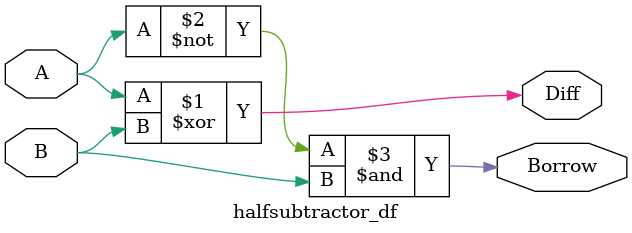
<source format=v>
module halfsubtractor_df(input A, B, output Diff, Borrow);
  assign Diff = A ^ B;
  assign Borrow = ~A & B;
endmodule

</source>
